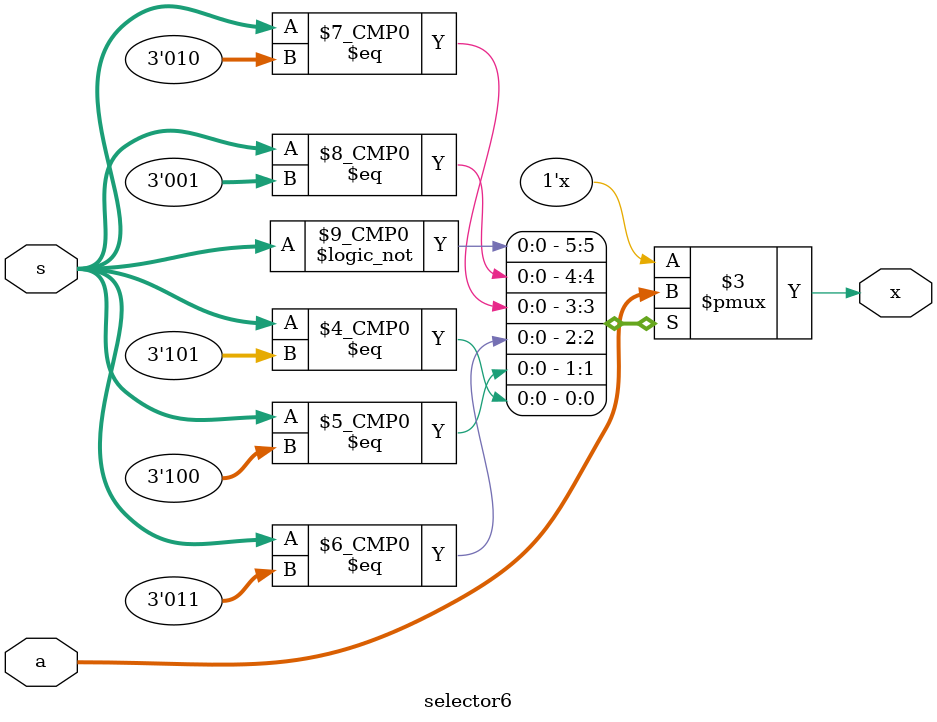
<source format=v>
module selector6(s, a, x);
  input [2:0] s;
  input [0:5] a;
  output x;
  reg x;

  always @(s, a)
    case (s)
      3'b000: x=a[0];
      3'b001: x=a[1];
      3'b010: x=a[2];
      3'b011: x=a[3];
      3'b100: x=a[4];
      3'b101: x=a[5];
      // default is needed. It cares so called "Don't care".
      default: x=1'bX;
    endcase
endmodule

</source>
